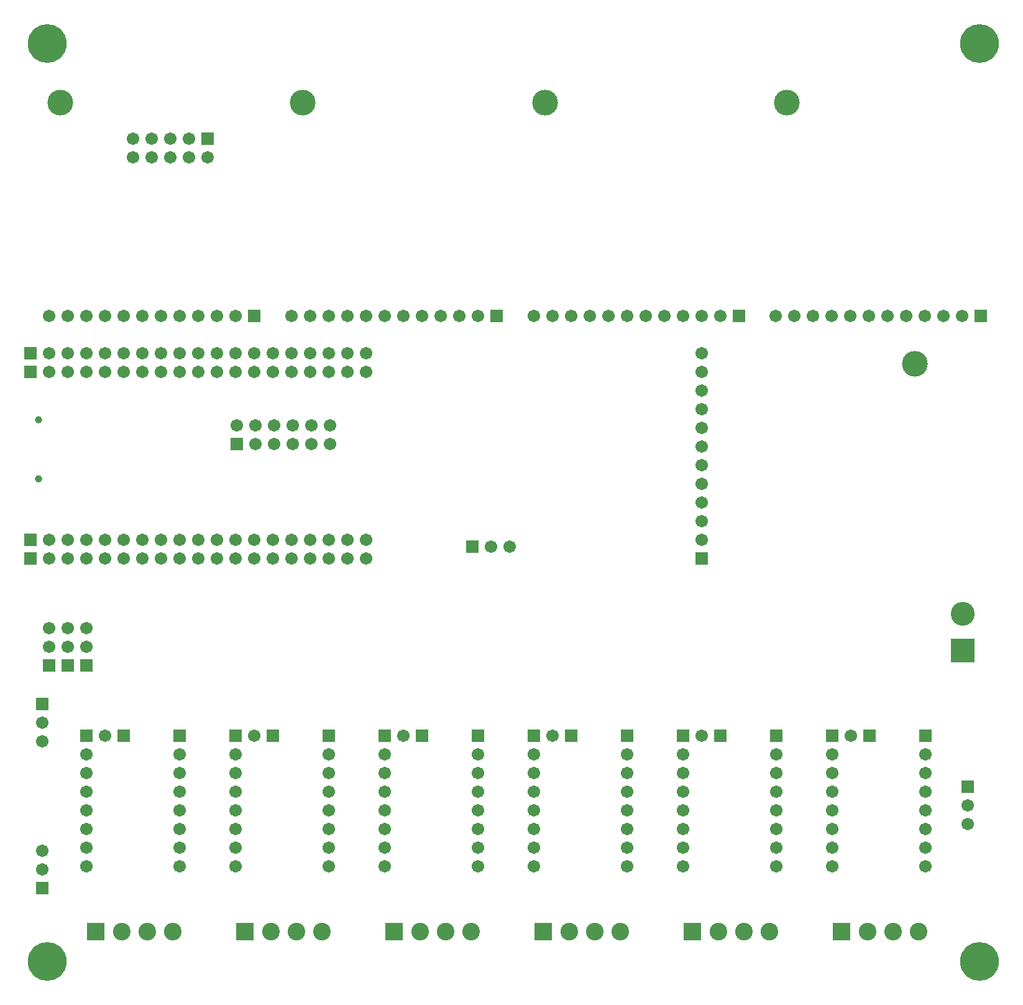
<source format=gbr>
G04 DipTrace 4.0.0.2*
G04 BottomMask.gbr*
%MOIN*%
G04 #@! TF.FileFunction,Soldermask,Bot*
G04 #@! TF.Part,Single*
%ADD56C,0.137795*%
%ADD57C,0.03937*%
%ADD71C,0.128*%
%ADD73R,0.128X0.128*%
%ADD75C,0.094614*%
%ADD77R,0.094614X0.094614*%
%ADD89C,0.208*%
%ADD95C,0.067055*%
%ADD97R,0.067055X0.067055*%
%FSLAX26Y26*%
G04*
G70*
G90*
G75*
G01*
G04 BotMask*
%LPD*%
D97*
X944000Y1744000D3*
D95*
X844000D3*
D97*
X744000D3*
D95*
Y1644000D3*
Y1544000D3*
Y1444000D3*
Y1344000D3*
Y1244000D3*
Y1144000D3*
Y1044000D3*
D97*
X1244000Y1744000D3*
D95*
Y1644000D3*
Y1544000D3*
Y1444000D3*
Y1344000D3*
Y1244000D3*
Y1144000D3*
Y1044000D3*
D97*
X444000Y3794000D3*
D95*
X544000D3*
X644000D3*
X744000D3*
X844000D3*
X944000D3*
X1044000D3*
X1144000D3*
X1244000D3*
X1344000D3*
X1444000D3*
X1544000D3*
X1644000D3*
X1744000D3*
X1844000D3*
X1944000D3*
X2044000D3*
X2144000D3*
X2244000D3*
D97*
X444000Y3694000D3*
D95*
X544000D3*
X644000D3*
X744000D3*
X844000D3*
X944000D3*
X1044000D3*
X1144000D3*
X1244000D3*
X1344000D3*
X1444000D3*
X1544000D3*
X1644000D3*
X1744000D3*
X1844000D3*
X1944000D3*
X2044000D3*
X2144000D3*
X2244000D3*
D97*
X444000Y2694000D3*
D95*
X544000D3*
X644000D3*
X744000D3*
X844000D3*
X944000D3*
X1044000D3*
X1144000D3*
X1244000D3*
X1344000D3*
X1444000D3*
X1544000D3*
X1644000D3*
X1744000D3*
X1844000D3*
X1944000D3*
X2044000D3*
X2144000D3*
X2244000D3*
D97*
X444000Y2794000D3*
D95*
X544000D3*
X644000D3*
X744000D3*
X844000D3*
X944000D3*
X1044000D3*
X1144000D3*
X1244000D3*
X1344000D3*
X1444000D3*
X1544000D3*
X1644000D3*
X1744000D3*
X1844000D3*
X1944000D3*
X2044000D3*
X2144000D3*
X2244000D3*
D97*
X1744000Y1744000D3*
D95*
X1644000D3*
D97*
X1544000D3*
D95*
Y1644000D3*
Y1544000D3*
Y1444000D3*
Y1344000D3*
Y1244000D3*
Y1144000D3*
Y1044000D3*
D97*
X2044000Y1744000D3*
D95*
Y1644000D3*
Y1544000D3*
Y1444000D3*
Y1344000D3*
Y1244000D3*
Y1144000D3*
Y1044000D3*
D97*
X1394000Y4944000D3*
D95*
Y4844000D3*
X1294000Y4944000D3*
Y4844000D3*
X1194000Y4944000D3*
Y4844000D3*
X1094000Y4944000D3*
Y4844000D3*
X994000Y4944000D3*
Y4844000D3*
D97*
X2544000Y1744000D3*
D95*
X2444000D3*
D97*
X2344000D3*
D95*
Y1644000D3*
Y1544000D3*
Y1444000D3*
Y1344000D3*
Y1244000D3*
Y1144000D3*
Y1044000D3*
D97*
X2844000Y1744000D3*
D95*
Y1644000D3*
Y1544000D3*
Y1444000D3*
Y1344000D3*
Y1244000D3*
Y1144000D3*
Y1044000D3*
D97*
X3344000Y1744000D3*
D95*
X3244000D3*
D97*
X3144000D3*
D95*
Y1644000D3*
Y1544000D3*
Y1444000D3*
Y1344000D3*
Y1244000D3*
Y1144000D3*
Y1044000D3*
D97*
X3644000Y1744000D3*
D95*
Y1644000D3*
Y1544000D3*
Y1444000D3*
Y1344000D3*
Y1244000D3*
Y1144000D3*
Y1044000D3*
D97*
X1551480Y3306598D3*
D95*
Y3406598D3*
X1651480Y3306598D3*
Y3406598D3*
X1751480Y3306598D3*
Y3406598D3*
X1851480Y3306598D3*
Y3406598D3*
X1951480Y3306598D3*
Y3406598D3*
X2051480Y3306598D3*
Y3406598D3*
D97*
X4144000Y1744000D3*
D95*
X4044000D3*
D97*
X3944000D3*
D95*
Y1644000D3*
Y1544000D3*
Y1444000D3*
Y1344000D3*
Y1244000D3*
Y1144000D3*
Y1044000D3*
D97*
X4444000Y1744000D3*
D95*
Y1644000D3*
Y1544000D3*
Y1444000D3*
Y1344000D3*
Y1244000D3*
Y1144000D3*
Y1044000D3*
D97*
X2812749Y2756500D3*
D95*
X2912749D3*
X3012749D3*
D97*
X5469000Y1469000D3*
D95*
Y1369000D3*
Y1269000D3*
D97*
X506500Y1912749D3*
D95*
Y1812749D3*
Y1712749D3*
D97*
X4944000Y1744000D3*
D95*
X4844000D3*
D97*
X4744000D3*
D95*
Y1644000D3*
Y1544000D3*
Y1444000D3*
Y1344000D3*
Y1244000D3*
Y1144000D3*
Y1044000D3*
D97*
X5244000Y1744000D3*
D95*
Y1644000D3*
Y1544000D3*
Y1444000D3*
Y1344000D3*
Y1244000D3*
Y1144000D3*
Y1044000D3*
D97*
X744000Y2119000D3*
D95*
Y2219000D3*
Y2319000D3*
D97*
X544000Y2119000D3*
D95*
Y2219000D3*
Y2319000D3*
D97*
X506500Y925249D3*
D95*
Y1025249D3*
Y1125249D3*
D97*
X644000Y2119000D3*
D95*
Y2219000D3*
Y2319000D3*
D89*
X5531795Y531795D3*
Y5453055D3*
X531795D3*
Y531795D3*
D97*
X1644005Y3994000D3*
D95*
X1544005D3*
X1444005D3*
X1344005D3*
X1244005D3*
X1144005D3*
X1044005D3*
X944005D3*
X844014D3*
X744014D3*
X644014D3*
X544014D3*
D56*
X601874Y5135732D3*
D97*
X2944005Y3994000D3*
D95*
X2844005D3*
X2744005D3*
X2644005D3*
X2544005D3*
X2444005D3*
X2344005D3*
X2244005D3*
X2144014D3*
X2044014D3*
X1944014D3*
X1844014D3*
D56*
X1901874Y5135732D3*
D97*
X4244005Y3994000D3*
D95*
X4144005D3*
X4044005D3*
X3944005D3*
X3844005D3*
X3744005D3*
X3644005D3*
X3544005D3*
X3444014D3*
X3344014D3*
X3244014D3*
X3144014D3*
D56*
X3201874Y5135732D3*
D97*
X5540406Y3994000D3*
D95*
X5440406D3*
X5340406D3*
X5240406D3*
X5140406D3*
X5040406D3*
X4940406D3*
X4840406D3*
X4740415D3*
X4640415D3*
X4540415D3*
X4440415D3*
D56*
X4498274Y5135732D3*
D97*
X4044000Y2694008D3*
D95*
Y2794008D3*
Y2894008D3*
Y2994008D3*
Y3094008D3*
Y3194008D3*
Y3294008D3*
Y3394008D3*
Y3493999D3*
Y3593999D3*
Y3693999D3*
Y3793999D3*
D56*
X5185732Y3736139D3*
D57*
X487898Y3435634D3*
Y3120673D3*
D77*
X794000Y694000D3*
D75*
X931795D3*
X1069591D3*
X1207386D3*
D77*
X1594000D3*
D75*
X1731795D3*
X1869591D3*
X2007386D3*
D77*
X2394000D3*
D75*
X2531795D3*
X2669591D3*
X2807386D3*
D73*
X5443999Y2200249D3*
D71*
Y2397100D3*
D77*
X3194000Y694000D3*
D75*
X3331795D3*
X3469591D3*
X3607386D3*
D77*
X3994000D3*
D75*
X4131795D3*
X4269591D3*
X4407386D3*
D77*
X4794000D3*
D75*
X4931795D3*
X5069591D3*
X5207386D3*
M02*

</source>
